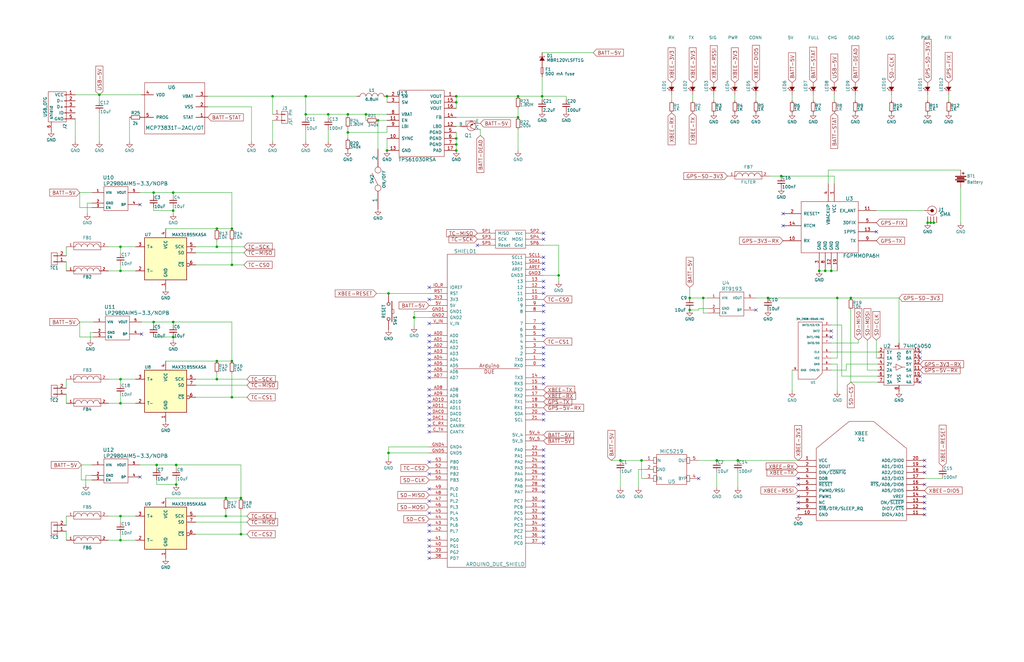
<source format=kicad_sch>
(kicad_sch (version 20230121) (generator eeschema)
  (paper "B")
  (junction (at 50.8 217.805))
  (junction (at 97.79 152.4))
  (junction (at 350.52 114.3))
  (junction (at 329.438 74.295))
  (junction (at 163.83 123.825))
  (junction (at 296.545 125.73))
  (junction (at 74.295 196.215))
  (junction (at 192.405 40.64))
  (junction (at 95.25 217.805))
  (junction (at 174.625 133.985))
  (junction (at 91.44 160.02))
  (junction (at 323.85 125.73))
  (junction (at 73.025 135.89))
  (junction (at 101.6 225.425))
  (junction (at 228.6 40.64))
  (junction (at 74.295 204.47))
  (junction (at 91.44 152.4))
  (junction (at 50.8 104.14))
  (junction (at 73.025 142.24))
  (junction (at 163.195 40.64))
  (junction (at 101.6 210.185))
  (junction (at 50.8 160.02))
  (junction (at 192.405 60.96))
  (junction (at 358.775 125.73))
  (junction (at 218.44 49.53))
  (junction (at 192.405 63.5))
  (junction (at 73.025 88.9))
  (junction (at 261.62 194.31))
  (junction (at 50.8 227.965))
  (junction (at 345.44 114.3))
  (junction (at 50.8 170.18))
  (junction (at 97.79 96.52))
  (junction (at 66.04 196.215))
  (junction (at 290.83 125.73))
  (junction (at 235.585 116.205))
  (junction (at 138.43 48.26))
  (junction (at 91.44 96.52))
  (junction (at 353.06 125.73))
  (junction (at 311.15 194.31))
  (junction (at 270.51 194.31))
  (junction (at 290.83 130.81))
  (junction (at 146.685 48.26))
  (junction (at 163.195 63.5))
  (junction (at 146.685 55.88))
  (junction (at 64.77 81.28))
  (junction (at 128.905 40.64))
  (junction (at 392.43 93.98))
  (junction (at 95.25 210.185))
  (junction (at 114.935 40.64))
  (junction (at 91.44 104.14))
  (junction (at 192.405 58.42))
  (junction (at 64.77 135.89))
  (junction (at 50.8 114.3))
  (junction (at 302.26 194.31))
  (junction (at 159.385 50.8))
  (junction (at 163.83 191.135))
  (junction (at 128.905 48.26))
  (junction (at 393.7 93.98))
  (junction (at 97.79 111.76))
  (junction (at 347.98 114.3))
  (junction (at 192.405 43.18))
  (junction (at 97.79 167.64))
  (junction (at 391.16 93.98))
  (junction (at 41.91 40.005))
  (junction (at 73.025 81.28))
  (junction (at 154.305 48.26))
  (junction (at 218.44 40.64))
  (no_connect (at 229.235 197.485))
  (no_connect (at 294.64 201.93))
  (no_connect (at 389.89 212.09))
  (no_connect (at 229.235 202.565))
  (no_connect (at 180.975 182.245))
  (no_connect (at 229.235 100.965))
  (no_connect (at 229.235 108.585))
  (no_connect (at 389.89 196.85))
  (no_connect (at 229.235 205.105))
  (no_connect (at 229.235 146.685))
  (no_connect (at 229.235 111.125))
  (no_connect (at 180.975 216.535))
  (no_connect (at 229.235 149.225))
  (no_connect (at 336.55 204.47))
  (no_connect (at 59.055 86.36))
  (no_connect (at 180.975 200.025))
  (no_connect (at 180.975 230.505))
  (no_connect (at 180.975 174.625))
  (no_connect (at 387.985 148.59))
  (no_connect (at 389.89 214.63))
  (no_connect (at 387.985 158.75))
  (no_connect (at 180.975 141.605))
  (no_connect (at 229.235 207.645))
  (no_connect (at 229.235 98.425))
  (no_connect (at 229.235 211.455))
  (no_connect (at 59.69 140.97))
  (no_connect (at 229.235 177.165))
  (no_connect (at 387.985 151.13))
  (no_connect (at 180.975 224.155))
  (no_connect (at 229.235 131.445))
  (no_connect (at 180.975 169.545))
  (no_connect (at 229.235 229.235))
  (no_connect (at 229.235 128.905))
  (no_connect (at 180.975 121.285))
  (no_connect (at 229.235 161.925))
  (no_connect (at 336.55 214.63))
  (no_connect (at 350.52 142.24))
  (no_connect (at 229.235 226.695))
  (no_connect (at 180.975 194.945))
  (no_connect (at 180.975 179.705))
  (no_connect (at 180.975 164.465))
  (no_connect (at 229.235 154.305))
  (no_connect (at 330.2 90.17))
  (no_connect (at 229.235 136.525))
  (no_connect (at 180.975 172.085))
  (no_connect (at 180.975 149.225))
  (no_connect (at 180.975 221.615))
  (no_connect (at 229.235 139.065))
  (no_connect (at 180.975 211.455))
  (no_connect (at 229.235 151.765))
  (no_connect (at 180.975 177.165))
  (no_connect (at 180.975 167.005))
  (no_connect (at 180.975 144.145))
  (no_connect (at 336.55 201.93))
  (no_connect (at 229.235 221.615))
  (no_connect (at 389.89 194.31))
  (no_connect (at 389.89 204.47))
  (no_connect (at 336.55 212.09))
  (no_connect (at 229.235 219.075))
  (no_connect (at 229.235 192.405))
  (no_connect (at 229.235 189.865))
  (no_connect (at 180.975 154.305))
  (no_connect (at 229.235 216.535))
  (no_connect (at 387.985 161.29))
  (no_connect (at 229.235 174.625))
  (no_connect (at 350.52 139.7))
  (no_connect (at 229.235 224.155))
  (no_connect (at 229.235 200.025))
  (no_connect (at 180.975 146.685))
  (no_connect (at 59.055 201.295))
  (no_connect (at 389.89 199.39))
  (no_connect (at 229.235 213.995))
  (no_connect (at 180.975 136.525))
  (no_connect (at 180.975 227.965))
  (no_connect (at 229.235 141.605))
  (no_connect (at 180.975 233.045))
  (no_connect (at 180.975 156.845))
  (no_connect (at 180.975 159.385))
  (no_connect (at 229.235 118.745))
  (no_connect (at 229.235 123.825))
  (no_connect (at 318.77 130.81))
  (no_connect (at 330.2 95.25))
  (no_connect (at 229.235 159.385))
  (no_connect (at 389.89 209.55))
  (no_connect (at 229.235 113.665))
  (no_connect (at 229.235 121.285))
  (no_connect (at 180.975 235.585))
  (no_connect (at 336.55 209.55))
  (no_connect (at 369.57 97.79))
  (no_connect (at 229.235 194.945))
  (no_connect (at 180.975 206.375))
  (no_connect (at 180.975 151.765))
  (no_connect (at 180.975 126.365))
  (no_connect (at 201.295 103.505))
  (no_connect (at 389.89 217.17))
  (wire (pts (xy 318.77 40.005) (xy 318.77 42.545)))
  (wire (pts (xy 73.025 81.28) (xy 97.79 81.28)))
  (wire (pts (xy 174.625 131.445) (xy 174.625 133.985)))
  (wire (pts (xy 27.94 163.83) (xy 27.94 160.02)))
  (wire (pts (xy 82.55 160.02) (xy 91.44 160.02)))
  (wire (pts (xy 50.8 225.425) (xy 50.8 227.965)))
  (wire (pts (xy 358.775 161.29) (xy 370.205 161.29)))
  (wire (pts (xy 41.91 47.625) (xy 41.91 59.69)))
  (wire (pts (xy 27.94 217.805) (xy 27.94 221.615)))
  (wire (pts (xy 138.43 54.61) (xy 138.43 59.69)))
  (wire (pts (xy 38.735 87.63) (xy 33.655 87.63)))
  (wire (pts (xy 405.13 79.375) (xy 405.13 93.98)))
  (wire (pts (xy 392.43 93.98) (xy 393.7 93.98)))
  (wire (pts (xy 354.965 158.75) (xy 354.965 137.16)))
  (wire (pts (xy 360.68 40.005) (xy 360.68 42.545)))
  (wire (pts (xy 114.935 48.26) (xy 114.935 40.64)))
  (wire (pts (xy 370.205 153.67) (xy 356.87 153.67)))
  (wire (pts (xy 64.77 88.9) (xy 73.025 88.9)))
  (wire (pts (xy 82.55 111.76) (xy 97.79 111.76)))
  (wire (pts (xy 45.72 227.965) (xy 50.8 227.965)))
  (wire (pts (xy 235.585 103.505) (xy 235.585 116.205)))
  (wire (pts (xy 64.77 137.16) (xy 64.77 135.89)))
  (wire (pts (xy 163.83 191.135) (xy 163.83 193.675)))
  (wire (pts (xy 238.76 40.64) (xy 238.76 41.91)))
  (wire (pts (xy 33.655 87.63) (xy 33.655 81.28)))
  (wire (pts (xy 192.405 60.96) (xy 192.405 63.5)))
  (wire (pts (xy 192.405 40.64) (xy 192.405 43.18)))
  (wire (pts (xy 163.195 55.88) (xy 146.685 55.88)))
  (wire (pts (xy 64.77 87.63) (xy 64.77 88.9)))
  (wire (pts (xy 302.26 194.31) (xy 311.15 194.31)))
  (wire (pts (xy 74.295 196.215) (xy 101.6 196.215)))
  (wire (pts (xy 138.43 48.26) (xy 146.685 48.26)))
  (wire (pts (xy 39.37 135.89) (xy 33.655 135.89)))
  (wire (pts (xy 146.685 53.975) (xy 146.685 55.88)))
  (wire (pts (xy 45.72 160.02) (xy 50.8 160.02)))
  (wire (pts (xy 27.94 107.95) (xy 27.94 104.14)))
  (wire (pts (xy 318.77 125.73) (xy 323.85 125.73)))
  (wire (pts (xy 82.55 106.68) (xy 102.87 106.68)))
  (wire (pts (xy 163.195 43.18) (xy 163.195 40.64)))
  (wire (pts (xy 114.935 50.8) (xy 114.935 59.69)))
  (wire (pts (xy 192.405 49.53) (xy 218.44 49.53)))
  (wire (pts (xy 91.44 157.48) (xy 91.44 160.02)))
  (wire (pts (xy 311.15 194.31) (xy 336.55 194.31)))
  (wire (pts (xy 163.83 123.825) (xy 180.975 123.825)))
  (wire (pts (xy 82.55 225.425) (xy 101.6 225.425)))
  (wire (pts (xy 64.77 142.24) (xy 73.025 142.24)))
  (wire (pts (xy 298.45 130.175) (xy 294.64 130.175)))
  (wire (pts (xy 128.905 54.61) (xy 128.905 59.69)))
  (wire (pts (xy 228.6 32.385) (xy 228.6 40.64)))
  (wire (pts (xy 64.77 135.89) (xy 73.025 135.89)))
  (wire (pts (xy 349.25 71.755) (xy 349.25 77.47)))
  (wire (pts (xy 97.79 152.4) (xy 91.44 152.4)))
  (wire (pts (xy 38.735 196.215) (xy 34.29 196.215)))
  (wire (pts (xy 391.16 93.98) (xy 392.43 93.98)))
  (wire (pts (xy 269.24 198.12) (xy 269.24 205.74)))
  (wire (pts (xy 82.55 104.14) (xy 91.44 104.14)))
  (wire (pts (xy 31.75 50.165) (xy 31.75 59.69)))
  (wire (pts (xy 356.87 153.67) (xy 356.87 156.21)))
  (wire (pts (xy 342.9 40.005) (xy 342.9 42.545)))
  (wire (pts (xy 36.83 85.725) (xy 36.83 90.17)))
  (wire (pts (xy 45.72 170.18) (xy 50.8 170.18)))
  (wire (pts (xy 159.385 50.8) (xy 163.195 50.8)))
  (wire (pts (xy 128.905 40.64) (xy 128.905 48.26)))
  (wire (pts (xy 356.87 156.21) (xy 350.52 156.21)))
  (wire (pts (xy 351.79 40.005) (xy 351.79 42.545)))
  (wire (pts (xy 95.25 210.185) (xy 101.6 210.185)))
  (wire (pts (xy 294.64 130.81) (xy 290.83 130.81)))
  (wire (pts (xy 257.81 194.31) (xy 261.62 194.31)))
  (wire (pts (xy 146.685 48.895) (xy 146.685 48.26)))
  (wire (pts (xy 192.405 43.18) (xy 192.405 45.72)))
  (wire (pts (xy 180.975 133.985) (xy 174.625 133.985)))
  (wire (pts (xy 97.79 157.48) (xy 97.79 167.64)))
  (wire (pts (xy 270.51 201.93) (xy 271.78 201.93)))
  (wire (pts (xy 228.6 40.64) (xy 238.76 40.64)))
  (wire (pts (xy 174.625 133.985) (xy 174.625 137.795)))
  (wire (pts (xy 39.37 140.335) (xy 38.1 140.335)))
  (wire (pts (xy 66.04 196.215) (xy 74.295 196.215)))
  (wire (pts (xy 180.975 131.445) (xy 174.625 131.445)))
  (wire (pts (xy 73.025 87.63) (xy 73.025 88.9)))
  (wire (pts (xy 73.025 81.28) (xy 73.025 82.55)))
  (wire (pts (xy 97.79 81.28) (xy 97.79 96.52)))
  (wire (pts (xy 271.78 198.12) (xy 269.24 198.12)))
  (wire (pts (xy 97.79 101.6) (xy 97.79 111.76)))
  (wire (pts (xy 294.64 194.31) (xy 302.26 194.31)))
  (wire (pts (xy 91.44 96.52) (xy 69.85 96.52)))
  (wire (pts (xy 369.57 88.9) (xy 389.89 88.9)))
  (wire (pts (xy 74.295 204.47) (xy 74.295 202.565)))
  (wire (pts (xy 218.44 54.61) (xy 218.44 63.5)))
  (wire (pts (xy 158.75 123.825) (xy 163.83 123.825)))
  (wire (pts (xy 154.305 50.8) (xy 154.305 48.26)))
  (wire (pts (xy 353.06 114.3) (xy 350.52 114.3)))
  (wire (pts (xy 218.44 40.64) (xy 228.6 40.64)))
  (wire (pts (xy 302.26 199.39) (xy 302.26 205.74)))
  (wire (pts (xy 290.83 121.285) (xy 290.83 125.73)))
  (wire (pts (xy 350.52 151.13) (xy 353.06 151.13)))
  (wire (pts (xy 261.62 199.39) (xy 261.62 205.74)))
  (wire (pts (xy 290.83 125.73) (xy 296.545 125.73)))
  (wire (pts (xy 400.05 40.005) (xy 400.05 42.545)))
  (wire (pts (xy 311.15 199.39) (xy 311.15 205.74)))
  (wire (pts (xy 50.8 160.02) (xy 57.15 160.02)))
  (wire (pts (xy 334.01 40.005) (xy 334.01 42.545)))
  (wire (pts (xy 50.8 170.18) (xy 57.15 170.18)))
  (wire (pts (xy 358.775 130.81) (xy 358.775 161.29)))
  (wire (pts (xy 350.52 144.78) (xy 361.95 144.78)))
  (wire (pts (xy 38.735 85.725) (xy 36.83 85.725)))
  (wire (pts (xy 347.98 114.3) (xy 345.44 114.3)))
  (wire (pts (xy 101.6 210.185) (xy 101.6 196.215)))
  (wire (pts (xy 300.99 40.005) (xy 300.99 42.545)))
  (wire (pts (xy 309.88 40.005) (xy 309.88 42.545)))
  (wire (pts (xy 101.6 225.425) (xy 104.14 225.425)))
  (wire (pts (xy 73.025 135.89) (xy 97.79 135.89)))
  (wire (pts (xy 91.44 101.6) (xy 91.44 104.14)))
  (wire (pts (xy 353.06 125.73) (xy 358.775 125.73)))
  (wire (pts (xy 50.8 227.965) (xy 57.15 227.965)))
  (wire (pts (xy 353.06 153.67) (xy 353.06 165.1)))
  (wire (pts (xy 192.405 53.34) (xy 193.7004 53.34)))
  (wire (pts (xy 228.6 40.64) (xy 228.6 41.91)))
  (wire (pts (xy 370.205 148.59) (xy 350.52 148.59)))
  (wire (pts (xy 192.405 58.42) (xy 192.405 60.96)))
  (wire (pts (xy 45.72 104.14) (xy 50.8 104.14)))
  (wire (pts (xy 82.55 167.64) (xy 97.79 167.64)))
  (wire (pts (xy 31.75 40.005) (xy 41.91 40.005)))
  (wire (pts (xy 229.235 103.505) (xy 235.585 103.505)))
  (wire (pts (xy 323.85 125.73) (xy 353.06 125.73)))
  (wire (pts (xy 74.295 196.215) (xy 74.295 197.485)))
  (wire (pts (xy 66.04 202.565) (xy 66.04 204.47)))
  (wire (pts (xy 350.52 114.3) (xy 347.98 114.3)))
  (wire (pts (xy 389.89 201.93) (xy 397.51 201.93)))
  (wire (pts (xy 50.8 217.805) (xy 57.15 217.805)))
  (wire (pts (xy 329.438 74.295) (xy 351.79 74.295)))
  (wire (pts (xy 361.95 144.78) (xy 361.95 143.51)))
  (wire (pts (xy 350.52 153.67) (xy 353.06 153.67)))
  (wire (pts (xy 50.8 104.14) (xy 57.15 104.14)))
  (wire (pts (xy 87.63 40.64) (xy 114.935 40.64)))
  (wire (pts (xy 45.72 217.805) (xy 50.8 217.805)))
  (wire (pts (xy 163.83 188.595) (xy 163.83 191.135)))
  (wire (pts (xy 34.29 196.215) (xy 34.29 202.565)))
  (wire (pts (xy 41.91 40.005) (xy 41.91 42.545)))
  (wire (pts (xy 95.25 215.265) (xy 95.25 217.805)))
  (wire (pts (xy 393.7 93.98) (xy 394.97 93.98)))
  (wire (pts (xy 369.57 143.51) (xy 369.57 151.13)))
  (wire (pts (xy 235.585 116.205) (xy 235.585 118.745)))
  (wire (pts (xy 33.655 142.24) (xy 33.655 135.89)))
  (wire (pts (xy 59.055 81.28) (xy 64.77 81.28)))
  (wire (pts (xy 91.44 104.14) (xy 102.87 104.14)))
  (wire (pts (xy 64.77 81.28) (xy 73.025 81.28)))
  (wire (pts (xy 192.405 55.88) (xy 192.405 58.42)))
  (wire (pts (xy 73.025 88.9) (xy 73.025 90.17)))
  (wire (pts (xy 87.63 45.085) (xy 106.045 45.085)))
  (wire (pts (xy 97.79 167.64) (xy 104.14 167.64)))
  (wire (pts (xy 146.685 55.88) (xy 146.685 58.42)))
  (wire (pts (xy 27.94 110.49) (xy 27.94 114.3)))
  (wire (pts (xy 353.06 151.13) (xy 353.06 125.73)))
  (wire (pts (xy 66.04 204.47) (xy 74.295 204.47)))
  (wire (pts (xy 64.77 82.55) (xy 64.77 81.28)))
  (wire (pts (xy 50.8 114.3) (xy 57.15 114.3)))
  (wire (pts (xy 128.905 40.64) (xy 150.495 40.64)))
  (wire (pts (xy 59.69 135.89) (xy 64.77 135.89)))
  (wire (pts (xy 261.62 194.31) (xy 270.51 194.31)))
  (wire (pts (xy 97.79 111.76) (xy 102.87 111.76)))
  (wire (pts (xy 33.655 81.28) (xy 38.735 81.28)))
  (wire (pts (xy 36.195 200.66) (xy 36.195 204.47)))
  (wire (pts (xy 91.44 152.4) (xy 69.85 152.4)))
  (wire (pts (xy 292.1 40.005) (xy 292.1 42.545)))
  (wire (pts (xy 82.55 217.805) (xy 95.25 217.805)))
  (wire (pts (xy 101.6 215.265) (xy 101.6 225.425)))
  (wire (pts (xy 73.025 135.89) (xy 73.025 137.16)))
  (wire (pts (xy 50.8 106.68) (xy 50.8 104.14)))
  (wire (pts (xy 138.43 48.26) (xy 138.43 49.53)))
  (wire (pts (xy 270.51 194.31) (xy 271.78 194.31)))
  (wire (pts (xy 270.51 194.31) (xy 270.51 201.93)))
  (wire (pts (xy 296.545 132.08) (xy 296.545 125.73)))
  (wire (pts (xy 296.545 125.73) (xy 298.45 125.73)))
  (wire (pts (xy 27.94 224.155) (xy 27.94 227.965)))
  (wire (pts (xy 298.45 132.08) (xy 296.545 132.08)))
  (wire (pts (xy 54.61 49.53) (xy 54.61 59.69)))
  (wire (pts (xy 146.685 48.26) (xy 154.305 48.26)))
  (wire (pts (xy 73.025 142.24) (xy 73.025 143.51)))
  (wire (pts (xy 192.405 40.64) (xy 218.44 40.64)))
  (wire (pts (xy 106.045 45.085) (xy 106.045 59.69)))
  (wire (pts (xy 202.565 54.61) (xy 202.565 57.15)))
  (wire (pts (xy 379.095 125.73) (xy 379.095 144.78)))
  (wire (pts (xy 128.905 48.26) (xy 138.43 48.26)))
  (wire (pts (xy 324.485 74.295) (xy 329.438 74.295)))
  (wire (pts (xy 154.305 48.26) (xy 163.195 48.26)))
  (wire (pts (xy 229.235 116.205) (xy 235.585 116.205)))
  (wire (pts (xy 97.79 135.89) (xy 97.79 152.4)))
  (wire (pts (xy 334.01 156.21) (xy 334.01 165.1)))
  (wire (pts (xy 66.04 197.485) (xy 66.04 196.215)))
  (wire (pts (xy 369.57 151.13) (xy 370.205 151.13)))
  (wire (pts (xy 283.21 40.005) (xy 283.21 42.545)))
  (wire (pts (xy 50.8 111.76) (xy 50.8 114.3)))
  (wire (pts (xy 104.14 220.345) (xy 82.55 220.345)))
  (wire (pts (xy 69.85 210.185) (xy 95.25 210.185)))
  (wire (pts (xy 45.72 114.3) (xy 50.8 114.3)))
  (wire (pts (xy 128.905 48.26) (xy 128.905 49.53)))
  (wire (pts (xy 34.29 202.565) (xy 38.735 202.565)))
  (wire (pts (xy 82.55 162.56) (xy 104.14 162.56)))
  (wire (pts (xy 405.13 71.755) (xy 349.25 71.755)))
  (wire (pts (xy 91.44 160.02) (xy 104.14 160.02)))
  (wire (pts (xy 358.775 125.73) (xy 379.095 125.73)))
  (wire (pts (xy 59.055 196.215) (xy 66.04 196.215)))
  (wire (pts (xy 354.965 137.16) (xy 350.52 137.16)))
  (wire (pts (xy 27.94 166.37) (xy 27.94 170.18)))
  (wire (pts (xy 38.735 200.66) (xy 36.195 200.66)))
  (wire (pts (xy 114.935 40.64) (xy 128.905 40.64)))
  (wire (pts (xy 370.205 158.75) (xy 354.965 158.75)))
  (wire (pts (xy 50.8 167.005) (xy 50.8 170.18)))
  (wire (pts (xy 41.91 40.005) (xy 59.69 40.005)))
  (wire (pts (xy 38.1 140.335) (xy 38.1 143.51)))
  (wire (pts (xy 50.8 220.345) (xy 50.8 217.805)))
  (wire (pts (xy 180.975 188.595) (xy 163.83 188.595)))
  (wire (pts (xy 97.79 96.52) (xy 91.44 96.52)))
  (wire (pts (xy 163.195 53.34) (xy 163.195 55.88)))
  (wire (pts (xy 180.975 191.135) (xy 163.83 191.135)))
  (wire (pts (xy 375.92 40.005) (xy 375.92 42.545)))
  (wire (pts (xy 370.205 156.21) (xy 365.76 156.21)))
  (wire (pts (xy 294.64 130.175) (xy 294.64 130.81)))
  (wire (pts (xy 39.37 142.24) (xy 33.655 142.24)))
  (wire (pts (xy 365.76 156.21) (xy 365.76 143.51)))
  (wire (pts (xy 50.8 161.925) (xy 50.8 160.02)))
  (wire (pts (xy 95.25 217.805) (xy 104.14 217.805)))
  (wire (pts (xy 218.44 49.53) (xy 218.44 45.72)))
  (wire (pts (xy 228.6 22.225) (xy 250.19 22.225)))
  (wire (pts (xy 163.195 58.42) (xy 163.195 63.5)))
  (wire (pts (xy 391.16 40.005) (xy 391.16 42.545)))
  (wire (pts (xy 351.79 74.295) (xy 351.79 77.47)))
  (wire (pts (xy 159.385 50.8) (xy 159.385 62.865)))
  (global_label "TC-CS1" (shape input) (at 104.14 167.64 0) (effects (font (size 1.524 1.524))) (property "Intersheetrefs" "${INTERSHEET_REFS}" (effects hide)))
  (global_label "BATT-5V" (shape input) (at 229.235 186.055 0) (effects (font (size 1.524 1.524))) (property "Intersheetrefs" "${INTERSHEET_REFS}" (effects hide)))
  (global_label "GPS-3V3-RX" (shape input) (at 330.2 101.6 180) (effects (font (size 1.524 1.524))) (property "Intersheetrefs" "${INTERSHEET_REFS}" (effects hide)))
  (global_label "BATT-5V" (shape input) (at 202.565 52.07 0) (effects (font (size 1.524 1.524))) (property "Intersheetrefs" "${INTERSHEET_REFS}" (effects hide)))
  (global_label "BATT-STAT" (shape input) (at 351.79 47.625 270) (effects (font (size 1.524 1.524))) (property "Intersheetrefs" "${INTERSHEET_REFS}" (effects hide)))
  (global_label "GPS-5V-RX" (shape input) (at 387.985 156.21 0) (effects (font (size 1.524 1.524))) (property "Intersheetrefs" "${INTERSHEET_REFS}" (effects hide)))
  (global_label "XBEE-3V3" (shape input) (at 283.21 34.925 90) (effects (font (size 1.524 1.524))) (property "Intersheetrefs" "${INTERSHEET_REFS}" (effects hide)))
  (global_label "BATT-5V" (shape input) (at 290.83 121.285 90) (effects (font (size 1.524 1.524))) (property "Intersheetrefs" "${INTERSHEET_REFS}" (effects hide)))
  (global_label "SD-MOSI" (shape input) (at 365.76 143.51 90) (effects (font (size 1.524 1.524))) (property "Intersheetrefs" "${INTERSHEET_REFS}" (effects hide)))
  (global_label "BATT-5V" (shape input) (at 33.655 135.89 180) (effects (font (size 1.524 1.524))) (property "Intersheetrefs" "${INTERSHEET_REFS}" (effects hide)))
  (global_label "XBEE-RX" (shape input) (at 283.21 47.625 270) (effects (font (size 1.524 1.524))) (property "Intersheetrefs" "${INTERSHEET_REFS}" (effects hide)))
  (global_label "GPS-3V3-RX" (shape input) (at 387.985 153.67 0) (effects (font (size 1.524 1.524))) (property "Intersheetrefs" "${INTERSHEET_REFS}" (effects hide)))
  (global_label "XBEE-RESET" (shape input) (at 397.51 196.85 90) (effects (font (size 1.524 1.524))) (property "Intersheetrefs" "${INTERSHEET_REFS}" (effects hide)))
  (global_label "XBEE-RSSI" (shape input) (at 300.99 34.925 90) (effects (font (size 1.524 1.524))) (property "Intersheetrefs" "${INTERSHEET_REFS}" (effects hide)))
  (global_label "XBEE-TX" (shape input) (at 336.55 199.39 180) (effects (font (size 1.524 1.524))) (property "Intersheetrefs" "${INTERSHEET_REFS}" (effects hide)))
  (global_label "TC-MISO" (shape input) (at 201.295 98.425 180) (effects (font (size 1.524 1.524))) (property "Intersheetrefs" "${INTERSHEET_REFS}" (effects hide)))
  (global_label "GPS-SD-3V3" (shape input) (at 391.16 34.925 90) (effects (font (size 1.524 1.524))) (property "Intersheetrefs" "${INTERSHEET_REFS}" (effects hide)))
  (global_label "SD-MISO" (shape input) (at 180.975 208.915 180) (effects (font (size 1.524 1.524))) (property "Intersheetrefs" "${INTERSHEET_REFS}" (effects hide)))
  (global_label "XBEE-RX" (shape input) (at 336.55 196.85 180) (effects (font (size 1.524 1.524))) (property "Intersheetrefs" "${INTERSHEET_REFS}" (effects hide)))
  (global_label "GPS-FIX" (shape input) (at 369.57 93.98 0) (effects (font (size 1.524 1.524))) (property "Intersheetrefs" "${INTERSHEET_REFS}" (effects hide)))
  (global_label "SD-CS" (shape input) (at 358.775 161.29 270) (effects (font (size 1.524 1.524))) (property "Intersheetrefs" "${INTERSHEET_REFS}" (effects hide)))
  (global_label "BATT-5V" (shape input) (at 34.29 196.215 180) (effects (font (size 1.524 1.524))) (property "Intersheetrefs" "${INTERSHEET_REFS}" (effects hide)))
  (global_label "GPS-SD-3V3" (shape input) (at 306.705 74.295 180) (effects (font (size 1.524 1.524))) (property "Intersheetrefs" "${INTERSHEET_REFS}" (effects hide)))
  (global_label "BATT-5V" (shape input) (at 257.81 194.31 90) (effects (font (size 1.524 1.524))) (property "Intersheetrefs" "${INTERSHEET_REFS}" (effects hide)))
  (global_label "USB-5V" (shape input) (at 351.79 34.925 90) (effects (font (size 1.524 1.524))) (property "Intersheetrefs" "${INTERSHEET_REFS}" (effects hide)))
  (global_label "XBEE-TX" (shape input) (at 229.235 164.465 0) (effects (font (size 1.524 1.524))) (property "Intersheetrefs" "${INTERSHEET_REFS}" (effects hide)))
  (global_label "BATT-5V" (shape input) (at 334.01 34.925 90) (effects (font (size 1.524 1.524))) (property "Intersheetrefs" "${INTERSHEET_REFS}" (effects hide)))
  (global_label "SD-CLK" (shape input) (at 375.92 34.925 90) (effects (font (size 1.524 1.524))) (property "Intersheetrefs" "${INTERSHEET_REFS}" (effects hide)))
  (global_label "TC-CS0" (shape input) (at 229.235 126.365 0) (effects (font (size 1.524 1.524))) (property "Intersheetrefs" "${INTERSHEET_REFS}" (effects hide)))
  (global_label "TC-SCK" (shape input) (at 201.295 100.965 180) (effects (font (size 1.524 1.524))) (property "Intersheetrefs" "${INTERSHEET_REFS}" (effects hide)))
  (global_label "TC-CS0" (shape input) (at 102.87 111.76 0) (effects (font (size 1.524 1.524))) (property "Intersheetrefs" "${INTERSHEET_REFS}" (effects hide)))
  (global_label "XBEE-DIO5" (shape input) (at 389.89 207.01 0) (effects (font (size 1.524 1.524))) (property "Intersheetrefs" "${INTERSHEET_REFS}" (effects hide)))
  (global_label "BATT-DEAD" (shape input) (at 360.68 34.925 90) (effects (font (size 1.524 1.524))) (property "Intersheetrefs" "${INTERSHEET_REFS}" (effects hide)))
  (global_label "XBEE-TX" (shape input) (at 292.1 47.625 270) (effects (font (size 1.524 1.524))) (property "Intersheetrefs" "${INTERSHEET_REFS}" (effects hide)))
  (global_label "BATT-5V" (shape input) (at 180.975 128.905 180) (effects (font (size 1.524 1.524))) (property "Intersheetrefs" "${INTERSHEET_REFS}" (effects hide)))
  (global_label "TC-SCK" (shape input) (at 102.87 104.14 0) (effects (font (size 1.524 1.524))) (property "Intersheetrefs" "${INTERSHEET_REFS}" (effects hide)))
  (global_label "TC-CS2" (shape input) (at 180.975 197.485 180) (effects (font (size 1.524 1.524))) (property "Intersheetrefs" "${INTERSHEET_REFS}" (effects hide)))
  (global_label "TC-SCK" (shape input) (at 104.14 160.02 0) (effects (font (size 1.524 1.524))) (property "Intersheetrefs" "${INTERSHEET_REFS}" (effects hide)))
  (global_label "GPS-TX" (shape input) (at 369.57 101.6 0) (effects (font (size 1.524 1.524))) (property "Intersheetrefs" "${INTERSHEET_REFS}" (effects hide)))
  (global_label "XBEE-3V3" (shape input) (at 292.1 34.925 90) (effects (font (size 1.524 1.524))) (property "Intersheetrefs" "${INTERSHEET_REFS}" (effects hide)))
  (global_label "TC-MISO" (shape input) (at 104.14 162.56 0) (effects (font (size 1.524 1.524))) (property "Intersheetrefs" "${INTERSHEET_REFS}" (effects hide)))
  (global_label "BATT-5V" (shape input) (at 250.19 22.225 0) (effects (font (size 1.524 1.524))) (property "Intersheetrefs" "${INTERSHEET_REFS}" (effects hide)))
  (global_label "SD-MOSI" (shape input) (at 180.975 213.995 180) (effects (font (size 1.524 1.524))) (property "Intersheetrefs" "${INTERSHEET_REFS}" (effects hide)))
  (global_label "BATT-DEAD" (shape input) (at 202.565 57.15 270) (effects (font (size 1.524 1.524))) (property "Intersheetrefs" "${INTERSHEET_REFS}" (effects hide)))
  (global_label "TC-MISO" (shape input) (at 102.87 106.68 0) (effects (font (size 1.524 1.524))) (property "Intersheetrefs" "${INTERSHEET_REFS}" (effects hide)))
  (global_label "GPS-TX" (shape input) (at 229.235 169.545 0) (effects (font (size 1.524 1.524))) (property "Intersheetrefs" "${INTERSHEET_REFS}" (effects hide)))
  (global_label "SD-CLK" (shape input) (at 369.57 143.51 90) (effects (font (size 1.524 1.524))) (property "Intersheetrefs" "${INTERSHEET_REFS}" (effects hide)))
  (global_label "BATT-5V" (shape input) (at 229.235 183.515 0) (effects (font (size 1.524 1.524))) (property "Intersheetrefs" "${INTERSHEET_REFS}" (effects hide)))
  (global_label "SD-MISO" (shape input) (at 361.95 143.51 90) (effects (font (size 1.524 1.524))) (property "Intersheetrefs" "${INTERSHEET_REFS}" (effects hide)))
  (global_label "USB-5V" (shape input) (at 41.91 40.005 90) (effects (font (size 1.524 1.524))) (property "Intersheetrefs" "${INTERSHEET_REFS}" (effects hide)))
  (global_label "TC-MISO" (shape input) (at 104.14 220.345 0) (effects (font (size 1.524 1.524))) (property "Intersheetrefs" "${INTERSHEET_REFS}" (effects hide)))
  (global_label "TC-CS1" (shape input) (at 229.235 144.145 0) (effects (font (size 1.524 1.524))) (property "Intersheetrefs" "${INTERSHEET_REFS}" (effects hide)))
  (global_label "XBEE-RESET" (shape input) (at 158.75 123.825 180) (effects (font (size 1.524 1.524))) (property "Intersheetrefs" "${INTERSHEET_REFS}" (effects hide)))
  (global_label "BATT-5V" (shape input) (at 33.655 81.28 180) (effects (font (size 1.524 1.524))) (property "Intersheetrefs" "${INTERSHEET_REFS}" (effects hide)))
  (global_label "GPS-SD-3V3" (shape input) (at 379.095 125.73 0) (effects (font (size 1.524 1.524))) (property "Intersheetrefs" "${INTERSHEET_REFS}" (effects hide)))
  (global_label "SD-CS" (shape input) (at 180.975 219.075 180) (effects (font (size 1.524 1.524))) (property "Intersheetrefs" "${INTERSHEET_REFS}" (effects hide)))
  (global_label "XBEE-RX" (shape input) (at 229.235 167.005 0) (effects (font (size 1.524 1.524))) (property "Intersheetrefs" "${INTERSHEET_REFS}" (effects hide)))
  (global_label "XBEE-3V3" (shape input) (at 336.55 194.31 90) (effects (font (size 1.524 1.524))) (property "Intersheetrefs" "${INTERSHEET_REFS}" (effects hide)))
  (global_label "XBEE-RSSI" (shape input) (at 336.55 207.01 180) (effects (font (size 1.524 1.524))) (property "Intersheetrefs" "${INTERSHEET_REFS}" (effects hide)))
  (global_label "SD-CLK" (shape input) (at 180.975 202.565 180) (effects (font (size 1.524 1.524))) (property "Intersheetrefs" "${INTERSHEET_REFS}" (effects hide)))
  (global_label "BATT-STAT" (shape input) (at 87.63 49.53 0) (effects (font (size 1.524 1.524))) (property "Intersheetrefs" "${INTERSHEET_REFS}" (effects hide)))
  (global_label "XBEE-3V3" (shape input) (at 309.88 34.925 90) (effects (font (size 1.524 1.524))) (property "Intersheetrefs" "${INTERSHEET_REFS}" (effects hide)))
  (global_label "BATT-STAT" (shape input) (at 342.9 34.925 90) (effects (font (size 1.524 1.524))) (property "Intersheetrefs" "${INTERSHEET_REFS}" (effects hide)))
  (global_label "GPS-5V-RX" (shape input) (at 229.235 172.085 0) (effects (font (size 1.524 1.524))) (property "Intersheetrefs" "${INTERSHEET_REFS}" (effects hide)))
  (global_label "TC-SCK" (shape input) (at 104.14 217.805 0) (effects (font (size 1.524 1.524))) (property "Intersheetrefs" "${INTERSHEET_REFS}" (effects hide)))
  (global_label "GPS-FIX" (shape input) (at 400.05 34.925 90) (effects (font (size 1.524 1.524))) (property "Intersheetrefs" "${INTERSHEET_REFS}" (effects hide)))
  (global_label "TC-CS2" (shape input) (at 104.14 225.425 0) (effects (font (size 1.524 1.524))) (property "Intersheetrefs" "${INTERSHEET_REFS}" (effects hide)))
  (global_label "XBEE-DIO5" (shape input) (at 318.77 34.925 90) (effects (font (size 1.524 1.524))) (property "Intersheetrefs" "${INTERSHEET_REFS}" (effects hide)))
  (symbol (lib_id "mobile-sensor-pcb-rescue:Led_Small") (at 283.21 37.465 90) (unit 1)
    (property "Reference" "LED1" (at 280.035 38.735 0) (effects (justify left)))
    (property "Value" "RX" (at 284.48 15.875 90) (effects (justify left)))
    (property "Footprint" "LEDs:LED-0805" (effects hide))
  )
  (symbol (lib_id "mobile-sensor-pcb-rescue:Led_Small") (at 292.1 37.465 90) (unit 1)
    (property "Reference" "LED2" (at 288.925 38.735 0) (effects (justify left)))
    (property "Value" "TX" (at 292.735 15.875 90) (effects (justify left)))
    (property "Footprint" "LEDs:LED-0805" (effects hide))
  )
  (symbol (lib_id "mobile-sensor-pcb-rescue:Led_Small") (at 300.99 37.465 90) (unit 1)
    (property "Reference" "LED3" (at 297.815 38.735 0) (effects (justify left)))
    (property "Value" "SIG" (at 302.26 15.875 90) (effects (justify left)))
    (property "Footprint" "LEDs:LED-0805" (effects hide))
  )
  (symbol (lib_id "mobile-sensor-pcb-rescue:Led_Small") (at 309.88 37.465 90) (unit 1)
    (property "Reference" "LED4" (at 306.705 38.735 0) (effects (justify left)))
    (property "Value" "PWR" (at 311.15 15.875 90) (effects (justify left)))
    (property "Footprint" "LEDs:LED-0805" (effects hide))
  )
  (symbol (lib_id "mobile-sensor-pcb-rescue:Led_Small") (at 318.77 37.465 90) (unit 1)
    (property "Reference" "LED5" (at 315.595 38.735 0) (effects (justify left)))
    (property "Value" "CONN" (at 321.31 15.875 90) (effects (justify left)))
    (property "Footprint" "LEDs:LED-0805" (effects hide))
  )
  (symbol (lib_id "mobile-sensor-pcb-rescue:Led_Small") (at 334.01 37.465 90) (unit 1)
    (property "Reference" "LED6" (at 330.835 38.735 0) (effects (justify left)))
    (property "Value" "5V" (at 334.645 15.875 90) (effects (justify left)))
    (property "Footprint" "LEDs:LED-0805" (effects hide))
  )
  (symbol (lib_id "mobile-sensor-pcb-rescue:Led_Small") (at 342.9 37.465 90) (unit 1)
    (property "Reference" "LED7" (at 339.725 38.735 0) (effects (justify left)))
    (property "Value" "FULL" (at 345.44 15.875 90) (effects (justify left)))
    (property "Footprint" "LEDs:LED-0805" (effects hide))
  )
  (symbol (lib_id "mobile-sensor-pcb-rescue:Led_Small") (at 351.79 37.465 90) (unit 1)
    (property "Reference" "LED8" (at 348.615 38.735 0) (effects (justify left)))
    (property "Value" "CHG" (at 353.06 15.875 90) (effects (justify left)))
    (property "Footprint" "LEDs:LED-0805" (effects hide))
  )
  (symbol (lib_id "mobile-sensor-pcb-rescue:Led_Small") (at 360.68 37.465 90) (unit 1)
    (property "Reference" "LED9" (at 357.505 38.735 0) (effects (justify left)))
    (property "Value" "DEAD" (at 362.585 15.875 90) (effects (justify left)))
    (property "Footprint" "LEDs:LED-0805" (effects hide))
  )
  (symbol (lib_id "mobile-sensor-pcb-rescue:Led_Small") (at 375.92 37.465 90) (unit 1)
    (property "Reference" "LED10" (at 372.745 38.735 0) (effects (justify left)))
    (property "Value" "LOG" (at 377.19 15.875 90) (effects (justify left)))
    (property "Footprint" "LEDs:LED-0805" (effects hide))
  )
  (symbol (lib_id "mobile-sensor-pcb-rescue:Led_Small") (at 391.16 37.465 90) (unit 1)
    (property "Reference" "LED11" (at 387.985 38.735 0) (effects (justify left)))
    (property "Value" "PWR" (at 392.43 15.875 90) (effects (justify left)))
    (property "Footprint" "LEDs:LED-0805" (effects hide))
  )
  (symbol (lib_id "mobile-sensor-pcb-rescue:Led_Small") (at 400.05 37.465 90) (unit 1)
    (property "Reference" "LED12" (at 396.875 38.735 0) (effects (justify left)))
    (property "Value" "FIX" (at 401.32 15.875 90) (effects (justify left)))
    (property "Footprint" "LEDs:LED-0805" (effects hide))
  )
  (symbol (lib_id "mobile-sensor-pcb-rescue:R_Small") (at 283.21 45.085 0) (unit 1)
    (property "Reference" "R1" (at 283.972 44.577 0) (effects (justify left)))
    (property "Value" "1K" (at 283.972 46.101 0) (effects (justify left)))
    (property "Footprint" "Resistors_SMD:R_0805_HandSoldering" (effects hide))
  )
  (symbol (lib_id "mobile-sensor-pcb-rescue:R_Small") (at 292.1 45.085 0) (unit 1)
    (property "Reference" "R2" (at 292.862 44.577 0) (effects (justify left)))
    (property "Value" "1K" (at 292.862 46.101 0) (effects (justify left)))
    (property "Footprint" "Resistors_SMD:R_0805_HandSoldering" (effects hide))
  )
  (symbol (lib_id "mobile-sensor-pcb-rescue:R_Small") (at 300.99 45.085 0) (unit 1)
    (property "Reference" "R3" (at 301.752 44.577 0) (effects (justify left)))
    (property "Value" "1K" (at 301.752 46.101 0) (effects (justify left)))
    (property "Footprint" "Resistors_SMD:R_0805_HandSoldering" (effects hide))
  )
  (symbol (lib_id "mobile-sensor-pcb-rescue:R_Small") (at 309.88 45.085 0) (unit 1)
    (property "Reference" "R4" (at 310.642 44.577 0) (effects (justify left)))
    (property "Value" "1K" (at 310.642 46.101 0) (effects (justify left)))
    (property "Footprint" "Resistors_SMD:R_0805_HandSoldering" (effects hide))
  )
  (symbol (lib_id "mobile-sensor-pcb-rescue:R_Small") (at 318.77 45.085 0) (unit 1)
    (property "Reference" "R5" (at 319.532 44.577 0) (effects (justify left)))
    (property "Value" "1K" (at 319.532 46.101 0) (effects (justify left)))
    (property "Footprint" "Resistors_SMD:R_0805_HandSoldering" (effects hide))
  )
  (symbol (lib_id "mobile-sensor-pcb-rescue:R_Small") (at 334.01 45.085 0) (unit 1)
    (property "Reference" "R6" (at 334.772 44.577 0) (effects (justify left)))
    (property "Value" "1K" (at 334.772 46.101 0) (effects (justify left)))
    (property "Footprint" "Resistors_SMD:R_0805_HandSoldering" (effects hide))
  )
  (symbol (lib_id "mobile-sensor-pcb-rescue:R_Small") (at 342.9 45.085 0) (unit 1)
    (property "Reference" "R7" (at 343.662 44.577 0) (effects (justify left)))
    (property "Value" "1K" (at 343.662 46.101 0) (effects (justify left)))
    (property "Footprint" "Resistors_SMD:R_0805_HandSoldering" (effects hide))
  )
  (symbol (lib_id "mobile-sensor-pcb-rescue:R_Small") (at 351.79 45.085 0) (unit 1)
    (property "Reference" "R8" (at 352.552 44.577 0) (effects (justify left)))
    (property "Value" "1K" (at 352.552 46.101 0) (effects (justify left)))
    (property "Footprint" "Resistors_SMD:R_0805_HandSoldering" (effects hide))
  )
  (symbol (lib_id "mobile-sensor-pcb-rescue:R_Small") (at 375.92 45.085 0) (unit 1)
    (property "Reference" "R10" (at 376.682 44.577 0) (effects (justify left)))
    (property "Value" "1K" (at 376.682 46.101 0) (effects (justify left)))
    (property "Footprint" "Resistors_SMD:R_0805_HandSoldering" (effects hide))
  )
  (symbol (lib_id "mobile-sensor-pcb-rescue:R_Small") (at 391.16 45.085 0) (unit 1)
    (property "Reference" "R11" (at 391.922 44.577 0) (effects (justify left)))
    (property "Value" "1K" (at 391.922 46.101 0) (effects (justify left)))
    (property "Footprint" "Resistors_SMD:R_0805_HandSoldering" (effects hide))
  )
  (symbol (lib_id "mobile-sensor-pcb-rescue:R_Small") (at 400.05 45.085 0) (unit 1)
    (property "Reference" "R12" (at 400.812 44.577 0) (effects (justify left)))
    (property "Value" "1K" (at 400.812 46.101 0) (effects (justify left)))
    (property "Footprint" "Resistors_SMD:R_0805_HandSoldering" (effects hide))
  )
  (symbol (lib_id "mobile-sensor-pcb-rescue:R_Small") (at 360.68 45.085 0) (unit 1)
    (property "Reference" "R9" (at 361.442 44.577 0) (effects (justify left)))
    (property "Value" "1K" (at 361.442 46.101 0) (effects (justify left)))
    (property "Footprint" "Resistors_SMD:R_0805_HandSoldering" (effects hide))
  )
  (symbol (lib_id "mobile-sensor-pcb-rescue:GND") (at 300.99 47.625 0) (unit 1)
    (property "Reference" "#PWR01" (effects hide))
    (property "Value" "GND" (at 300.99 51.435 0))
  )
  (symbol (lib_id "mobile-sensor-pcb-rescue:GND") (at 309.88 47.625 0) (unit 1)
    (property "Reference" "#PWR02" (effects hide))
    (property "Value" "GND" (at 309.88 51.435 0))
  )
  (symbol (lib_id "mobile-sensor-pcb-rescue:GND") (at 318.77 47.625 0) (unit 1)
    (property "Reference" "#PWR03" (effects hide))
    (property "Value" "GND" (at 318.77 51.435 0))
  )
  (symbol (lib_id "mobile-sensor-pcb-rescue:GND") (at 334.01 47.625 0) (unit 1)
    (property "Reference" "#PWR04" (effects hide))
    (property "Value" "GND" (at 334.01 51.435 0))
  )
  (symbol (lib_id "mobile-sensor-pcb-rescue:GND") (at 342.9 47.625 0) (unit 1)
    (property "Reference" "#PWR05" (effects hide))
    (property "Value" "GND" (at 342.9 51.435 0))
  )
  (symbol (lib_id "mobile-sensor-pcb-rescue:GND") (at 360.68 47.625 0) (unit 1)
    (property "Reference" "#PWR06" (effects hide))
    (property "Value" "GND" (at 360.68 51.435 0))
  )
  (symbol (lib_id "mobile-sensor-pcb-rescue:GND") (at 375.92 47.625 0) (unit 1)
    (property "Reference" "#PWR07" (effects hide))
    (property "Value" "GND" (at 375.92 51.435 0))
  )
  (symbol (lib_id "mobile-sensor-pcb-rescue:GND") (at 391.16 47.625 0) (unit 1)
    (property "Reference" "#PWR08" (effects hide))
    (property "Value" "GND" (at 391.16 51.435 0))
  )
  (symbol (lib_id "mobile-sensor-pcb-rescue:GND") (at 400.05 47.625 0) (unit 1)
    (property "Reference" "#PWR09" (effects hide))
    (property "Value" "GND" (at 400.05 51.435 0))
  )
  (symbol (lib_id "rascalmicro-kicad-library:3M_2908-05WB-MG") (at 342.9 148.59 0) (mirror y) (unit 1)
    (property "Reference" "U1" (at 342.9 161.29 0) (effects (font (size 1.016 1.016))))
    (property "Value" "3M_2908-05WB-MG" (at 341.63 134.62 0) (effects (font (size 0.762 0.762))))
    (property "Footprint" "rascalmicro-kicad-footprints:3M_2908-05WB-MG" (effects hide))
  )
  (symbol (lib_id "rascalmicro-kicad-library:74HC4050") (at 379.095 154.94 0) (unit 1)
    (property "Reference" "U2" (at 374.015 146.05 0) (effects (font (size 1.524 1.524))))
    (property "Value" "74HC4050" (at 386.715 146.05 0) (effects (font (size 1.524 1.524))))
    (property "Footprint" "Housings_SOIC:SOIC-16_3.9x9.9mm_Pitch1.27mm" (effects hide))
  )
  (symbol (lib_id "rascalmicro-kicad-library:FGPMMOPA6H") (at 341.63 107.95 0) (unit 1)
    (property "Reference" "U3" (at 358.14 83.82 0) (effects (font (size 1.524 1.524))))
    (property "Value" "FGPMMOPA6H" (at 363.22 107.95 0) (effects (font (size 1.524 1.524))))
    (property "Footprint" "rascalmicro-kicad-footprints:FGPMMOPA6H" (effects hide))
  )
  (symbol (lib_id "mobile-sensor-pcb-rescue:ARDUINO_DUE_SHIELD") (at 206.375 173.355 0) (unit 1)
    (property "Reference" "SHIELD1" (at 196.215 106.045 0) (effects (font (size 1.524 1.524))))
    (property "Value" "ARDUINO_DUE_SHIELD" (at 208.915 238.125 0) (effects (font (size 1.524 1.524))))
    (property "Footprint" "freetronics_footprints:ARDUINO_DUE_SHIELD" (effects hide))
  )
  (symbol (lib_id "mobile-sensor-pcb-rescue:C_Small") (at 261.62 196.85 0) (unit 1)
    (property "Reference" "C1" (at 261.874 195.072 0) (effects (justify left)))
    (property "Value" "10uF" (at 261.874 198.882 0) (effects (justify left)))
    (property "Footprint" "Capacitors_SMD:C_1206_HandSoldering" (effects hide))
  )
  (symbol (lib_id "mobile-sensor-pcb-rescue:C_Small") (at 64.77 85.09 0) (unit 1)
    (property "Reference" "C3" (at 65.024 83.312 0) (effects (justify left)))
    (property "Value" "10uF" (at 65.024 87.122 0) (effects (justify left)))
    (property "Footprint" "Capacitors_SMD:C_1206_HandSoldering" (effects hide))
  )
  (symbol (lib_id "mobile-sensor-pcb-rescue:C_Small") (at 73.025 85.09 0) (unit 1)
    (property "Reference" "C4" (at 73.279 83.312 0) (effects (justify left)))
    (property "Value" "10uF" (at 73.279 87.122 0) (effects (justify left)))
    (property "Footprint" "Capacitors_SMD:C_1206_HandSoldering" (effects hide))
  )
  (symbol (lib_id "mobile-sensor-pcb-rescue:C_Small") (at 64.77 139.7 0) (unit 1)
    (property "Reference" "C5" (at 65.024 137.922 0) (effects (justify left)))
    (property "Value" "10uF" (at 65.024 141.732 0) (effects (justify left)))
    (property "Footprint" "Capacitors_SMD:C_1206_HandSoldering" (effects hide))
  )
  (symbol (lib_id "rascalmicro-kicad-library:RT9193") (at 308.61 127 0) (unit 1)
    (property "Reference" "U4" (at 306.07 119.38 0) (effects (font (size 1.524 1.524))))
    (property "Value" "RT9193" (at 308.61 121.92 0) (effects (font (size 1.524 1.524))))
    (property "Footprint" "Housings_SOT-23_SOT-143_TSOT-6:SOT-23-5" (effects hide))
  )
  (symbol (lib_id "mobile-sensor-pcb-rescue:C_Small") (at 73.025 139.7 0) (unit 1)
    (property "Reference" "C6" (at 73.279 137.922 0) (effects (justify left)))
    (property "Value" "10uF" (at 73.279 141.732 0) (effects (justify left)))
    (property "Footprint" "Capacitors_SMD:C_1206_HandSoldering" (effects hide))
  )
  (symbol (lib_id "mobile-sensor-pcb-rescue:C_Small") (at 66.04 200.025 0) (unit 1)
    (property "Reference" "C7" (at 66.294 198.247 0) (effects (justify left)))
    (property "Value" "10uF" (at 66.294 202.057 0) (effects (justify left)))
    (property "Footprint" "Capacitors_SMD:C_1206_HandSoldering" (effects hide))
  )
  (symbol (lib_id "mobile-sensor-pcb-rescue:C_Small") (at 74.295 200.025 0) (unit 1)
    (property "Reference" "C8" (at 74.549 198.247 0) (effects (justify left)))
    (property "Value" "10uF" (at 74.549 202.057 0) (effects (justify left)))
    (property "Footprint" "Capacitors_SMD:C_1206_HandSoldering" (effects hide))
  )
  (symbol (lib_id "rascalmicro-kicad-library:SMA") (at 393.7 96.52 0) (unit 1)
    (property "Reference" "J1" (at 396.875 88.519 0) (effects (font (size 1.524 1.524))))
    (property "Value" "SMA" (at 398.526 90.424 0) (effects (font (size 1.524 1.524))))
    (property "Footprint" "rascalmicro_kicad_footprints:SMA" (effects hide))
  )
  (symbol (lib_id "mobile-sensor-pcb-rescue:C_Small") (at 290.83 128.27 0) (unit 1)
    (property "Reference" "C9" (at 287.02 125.73 0) (effects (justify left)))
    (property "Value" "10uF" (at 284.48 130.81 0) (effects (justify left)))
    (property "Footprint" "Capacitors_SMD:C_1206_HandSoldering" (effects hide))
  )
  (symbol (lib_id "mobile-sensor-pcb-rescue:C_Small") (at 323.85 128.27 0) (unit 1)
    (property "Reference" "C10" (at 324.104 126.492 0) (effects (justify left)))
    (property "Value" "10uF" (at 324.104 130.302 0) (effects (justify left)))
    (property "Footprint" "Capacitors_SMD:C_1206_HandSoldering" (effects hide))
  )
  (symbol (lib_id "mobile-sensor-pcb-rescue:C_Small") (at 128.905 52.07 0) (unit 1)
    (property "Reference" "C11" (at 129.159 50.292 0) (effects (justify left)))
    (property "Value" "10uF" (at 129.159 54.102 0) (effects (justify left)))
    (property "Footprint" "Capacitors_SMD:C_1206_HandSoldering" (effects hide))
  )
  (symbol (lib_id "mobile-sensor-pcb-rescue:C_Small") (at 41.91 45.085 0) (unit 1)
    (property "Reference" "C12" (at 42.164 43.307 0) (effects (justify left)))
    (property "Value" "10uF" (at 42.164 47.117 0) (effects (justify left)))
    (property "Footprint" "Capacitors_SMD:C_1206_HandSoldering" (effects hide))
  )
  (symbol (lib_id "mobile-sensor-pcb-rescue:C_Small") (at 228.6 44.45 0) (unit 1)
    (property "Reference" "C21" (at 228.854 42.672 0) (effects (justify left)))
    (property "Value" "2.2uF" (at 228.854 46.482 0) (effects (justify left)))
    (property "Footprint" "Capacitors_SMD:C_1206_HandSoldering" (effects hide))
  )
  (symbol (lib_id "mobile-sensor-pcb-rescue:C_Small") (at 311.15 196.85 0) (unit 1)
    (property "Reference" "C14" (at 311.404 195.072 0) (effects (justify left)))
    (property "Value" "100nF" (at 311.404 198.882 0) (effects (justify left)))
    (property "Footprint" "Capacitors_SMD:C_1206_HandSoldering" (effects hide))
  )
  (symbol (lib_id "mobile-sensor-pcb-rescue:C_Small") (at 397.51 199.39 0) (unit 1)
    (property "Reference" "C15" (at 397.764 197.612 0) (effects (justify left)))
    (property "Value" "100nF" (at 397.764 201.422 0) (effects (justify left)))
    (property "Footprint" "Capacitors_SMD:C_1206_HandSoldering" (effects hide))
  )
  (symbol (lib_id "mobile-sensor-pcb-rescue:C_Small") (at 329.438 76.835 0) (unit 1)
    (property "Reference" "C16" (at 329.692 75.057 0) (effects (justify left)))
    (property "Value" "100nF" (at 329.692 78.867 0) (effects (justify left)))
    (property "Footprint" "Capacitors_SMD:C_1206_HandSoldering" (effects hide))
  )
  (symbol (lib_id "mobile-sensor-pcb-rescue:C_Small") (at 50.8 109.22 0) (unit 1)
    (property "Reference" "C17" (at 51.054 107.442 0) (effects (justify left)))
    (property "Value" "10nF" (at 51.054 111.252 0) (effects (justify left)))
    (property "Footprint" "Capacitors_SMD:C_1206_HandSoldering" (effects hide))
  )
  (symbol (lib_id "mobile-sensor-pcb-rescue:C_Small") (at 50.8 164.465 0) (unit 1)
    (property "Reference" "C18" (at 51.054 162.687 0) (effects (justify left)))
    (property "Value" "10nF" (at 51.054 166.497 0) (effects (justify left)))
    (property "Footprint" "Capacitors_SMD:C_1206_HandSoldering" (effects hide))
  )
  (symbol (lib_id "mobile-sensor-pcb-rescue:C_Small") (at 50.8 222.885 0) (unit 1)
    (property "Reference" "C19" (at 51.054 221.107 0) (effects (justify left)))
    (property "Value" "10nF" (at 51.054 224.917 0) (effects (justify left)))
    (property "Footprint" "Capacitors_SMD:C_1206_HandSoldering" (effects hide))
  )
  (symbol (lib_id "mobile-sensor-pcb-rescue:C_Small") (at 238.76 44.45 0) (unit 1)
    (property "Reference" "C20" (at 239.014 42.672 0) (effects (justify left)))
    (property "Value" "100uF" (at 239.014 46.482 0) (effects (justify left)))
    (property "Footprint" "Capacitors_SMD:C_1206_HandSoldering" (effects hide))
  )
  (symbol (lib_id "mobile-sensor-pcb-rescue:FILTER") (at 36.83 104.14 0) (unit 1)
    (property "Reference" "FB1" (at 36.83 100.33 0))
    (property "Value" "FILTER" (effects hide))
    (property "Footprint" "Resistors_SMD:R_0805_HandSoldering" (effects hide))
  )
  (symbol (lib_id "mobile-sensor-pcb-rescue:F_Small") (at 228.6 29.845 270) (unit 1)
    (property "Reference" "F1" (at 229.87 29.21 90) (effects (justify left)))
    (property "Value" "500 mA fuse" (at 229.87 31.115 90) (effects (justify left)))
    (property "Footprint" "Fuse_Holders_and_Fuses:Fuse_SMD1206_HandSoldering" (effects hide))
  )
  (symbol (lib_id "mobile-sensor-pcb-rescue:SW_PUSH") (at 163.83 131.445 270) (unit 1)
    (property "Reference" "SW1" (at 166.624 135.255 0))
    (property "Value" "RESET" (at 161.798 131.445 0))
    (property "Footprint" "freetronics_footprints:SW_PUSHBUTTON_SMD" (effects hide))
  )
  (symbol (lib_id "rascalmicro-kicad-library:MIC5219") (at 283.21 198.12 0) (unit 1)
    (property "Reference" "U5" (at 283.21 203.2 0) (effects (font (size 1.524 1.524))))
    (property "Value" "MIC5219" (at 283.21 190.5 0) (effects (font (size 1.524 1.524))))
    (property "Footprint" "Housings_SOT-23_SOT-143_TSOT-6:SOT-23-5" (effects hide))
  )
  (symbol (lib_id "rascalmicro-kicad-library:XBEE") (at 363.22 205.74 0) (unit 1)
    (property "Reference" "X1" (at 363.22 185.42 0) (effects (font (size 1.524 1.524))))
    (property "Value" "XBEE" (at 363.22 182.88 0) (effects (font (size 1.524 1.524))))
    (property "Footprint" "freetronics_footprints:XBEE_PRO" (effects hide))
  )
  (symbol (lib_id "mobile-sensor-pcb-rescue:FILTER") (at 36.83 114.3 0) (unit 1)
    (property "Reference" "FB2" (at 36.83 116.84 0))
    (property "Value" "FILTER" (effects hide))
    (property "Footprint" "Resistors_SMD:R_0805_HandSoldering" (effects hide))
  )
  (symbol (lib_id "mobile-sensor-pcb-rescue:FILTER") (at 36.83 160.02 0) (unit 1)
    (property "Reference" "FB3" (at 36.83 156.21 0))
    (property "Value" "FILTER" (effects hide))
    (property "Footprint" "Resistors_SMD:R_0805_HandSoldering" (effects hide))
  )
  (symbol (lib_id "mobile-sensor-pcb-rescue:FILTER") (at 36.83 170.18 0) (unit 1)
    (property "Reference" "FB4" (at 36.83 172.72 0))
    (property "Value" "FILTER" (effects hide))
    (property "Footprint" "Resistors_SMD:R_0805_HandSoldering" (effects hide))
  )
  (symbol (lib_id "mobile-sensor-pcb-rescue:FILTER") (at 36.83 217.805 0) (unit 1)
    (property "Reference" "FB5" (at 36.83 213.995 0))
    (property "Value" "FILTER" (effects hide))
    (property "Footprint" "Resistors_SMD:R_0805_HandSoldering" (effects hide))
  )
  (symbol (lib_id "mobile-sensor-pcb-rescue:FILTER") (at 36.83 227.965 0) (unit 1)
    (property "Reference" "FB6" (at 36.83 231.14 0))
    (property "Value" "FILTER" (effects hide))
    (property "Footprint" "Resistors_SMD:R_0805_HandSoldering" (effects hide))
  )
  (symbol (lib_id "mobile-sensor-pcb-rescue:FILTER") (at 315.595 74.295 0) (unit 1)
    (property "Reference" "FB7" (at 315.595 70.485 0))
    (property "Value" "FILTER" (at 315.595 76.835 0))
    (property "Footprint" "Resistors_SMD:R_0805_HandSoldering" (effects hide))
  )
  (symbol (lib_id "mobile-sensor-pcb-rescue:Battery") (at 405.13 75.565 0) (unit 1)
    (property "Reference" "BT1" (at 407.67 74.295 0) (effects (justify left)))
    (property "Value" "Battery" (at 407.67 76.835 0) (effects (justify left)))
    (property "Footprint" "Discret:CR1220" (effects hide))
  )
  (symbol (lib_id "mobile-sensor-pcb-rescue:R_Small") (at 91.44 99.06 0) (unit 1)
    (property "Reference" "R13" (at 92.202 98.552 0) (effects (justify left)))
    (property "Value" "10k" (at 92.202 100.076 0) (effects (justify left)))
    (property "Footprint" "Resistors_SMD:R_0805_HandSoldering" (effects hide))
  )
  (symbol (lib_id "mobile-sensor-pcb-rescue:R_Small") (at 97.79 99.06 0) (unit 1)
    (property "Reference" "R14" (at 98.552 98.552 0) (effects (justify left)))
    (property "Value" "10k" (at 98.552 100.076 0) (effects (justify left)))
    (property "Footprint" "Resistors_SMD:R_0805_HandSoldering" (effects hide))
  )
  (symbol (lib_id "mobile-sensor-pcb-rescue:R_Small") (at 97.79 154.94 0) (unit 1)
    (property "Reference" "R16" (at 98.552 154.432 0) (effects (justify left)))
    (property "Value" "10k" (at 98.552 155.956 0) (effects (justify left)))
    (property "Footprint" "Resistors_SMD:R_0805_HandSoldering" (effects hide))
  )
  (symbol (lib_id "mobile-sensor-pcb-rescue:R_Small") (at 95.25 212.725 0) (unit 1)
    (property "Reference" "R17" (at 96.012 212.217 0) (effects (justify left)))
    (property "Value" "10k" (at 96.012 213.741 0) (effects (justify left)))
    (property "Footprint" "Resistors_SMD:R_0805_HandSoldering" (effects hide))
  )
  (symbol (lib_id "mobile-sensor-pcb-rescue:R_Small") (at 91.44 154.94 0) (unit 1)
    (property "Reference" "R15" (at 92.202 154.432 0) (effects (justify left)))
    (property "Value" "10k" (at 92.202 155.956 0) (effects (justify left)))
    (property "Footprint" "Resistors_SMD:R_0805_HandSoldering" (effects hide))
  )
  (symbol (lib_id "mobile-sensor-pcb-rescue:USB_OTG") (at 24.13 45.085 90) (mirror x) (unit 1)
    (property "Reference" "J2" (at 27.305 53.34 0))
    (property "Value" "USB_OTG" (at 19.05 45.085 0))
    (property "Footprint" "rascalmicro_kicad_footprints:USB-micro-B-female" (effects hide))
  )
  (symbol (lib_id "mobile-sensor-pcb-rescue:D_Schottky_Small") (at 228.6 24.765 270) (unit 1)
    (property "Reference" "D1" (at 230.505 23.495 90) (effects (justify left)))
    (property "Value" "MBR120VLSFT1G" (at 230.505 25.4 90) (effects (justify left)))
    (property "Footprint" "Diodes_SMD:SOD-123" (effects hide))
  )
  (symbol (lib_id "rascalmicro-kicad-library:RT9193") (at 48.895 82.55 0) (unit 1)
    (property "Reference" "U10" (at 45.72 74.93 0) (effects (font (size 1.524 1.524))))
    (property "Value" "LP2980AIM5-3.3/NOPB" (at 57.15 77.47 0) (effects (font (size 1.524 1.524))))
    (property "Footprint" "Housings_SOT-23_SOT-143_TSOT-6:SOT-23-5" (effects hide))
  )
  (symbol (lib_id "rascalmicro-kicad-library:MCP73831T-2ACI/OT") (at 72.39 45.085 180) (unit 1)
    (property "Reference" "U6" (at 72.39 36.83 0) (effects (font (size 1.524 1.524))))
    (property "Value" "MCP73831T-2ACI/OT" (at 73.66 53.975 0) (effects (font (size 1.524 1.524))))
    (property "Footprint" "Housings_SOT-23_SOT-143_TSOT-6:SOT-23-5" (effects hide))
  )
  (symbol (lib_id "rascalmicro-kicad-library:RT9193") (at 49.53 137.16 0) (unit 1)
    (property "Reference" "U11" (at 46.355 129.54 0) (effects (font (size 1.524 1.524))))
    (property "Value" "LP2980AIM5-3.3/NOPB" (at 57.785 132.08 0) (effects (font (size 1.524 1.524))))
    (property "Footprint" "Housings_SOT-23_SOT-143_TSOT-6:SOT-23-5" (effects hide))
  )
  (symbol (lib_id "mobile-sensor-pcb-rescue:MAX31855KASA") (at 69.85 109.22 0) (unit 1)
    (property "Reference" "U7" (at 60.96 99.06 0) (effects (justify left)))
    (property "Value" "MAX31855KASA" (at 72.39 99.06 0) (effects (justify left)))
    (property "Footprint" "Housings_SOIC:SOIC-8_3.9x4.9mm_Pitch1.27mm" (effects hide))
  )
  (symbol (lib_id "rascalmicro-kicad-library:RT9193") (at 48.895 197.485 0) (unit 1)
    (property "Reference" "U12" (at 45.72 189.865 0) (effects (font (size 1.524 1.524))))
    (property "Value" "LP2980AIM5-3.3/NOPB" (at 57.15 192.405 0) (effects (font (size 1.524 1.524))))
    (property "Footprint" "Housings_SOT-23_SOT-143_TSOT-6:SOT-23-5" (effects hide))
  )
  (symbol (lib_id "mobile-sensor-pcb-rescue:MAX31855KASA") (at 69.85 165.1 0) (unit 1)
    (property "Reference" "U8" (at 60.96 154.94 0) (effects (justify left)))
    (property "Value" "MAX31855KASA" (at 72.39 154.94 0) (effects (justify left)))
    (property "Footprint" "Housings_SOIC:SOIC-8_3.9x4.9mm_Pitch1.27mm" (effects hide))
  )
  (symbol (lib_id "mobile-sensor-pcb-rescue:MAX31855KASA") (at 69.85 222.885 0) (unit 1)
    (property "Reference" "U9" (at 60.96 212.725 0) (effects (justify left)))
    (property "Value" "MAX31855KASA" (at 72.39 212.725 0) (effects (justify left)))
    (property "Footprint" "Housings_SOIC:SOIC-8_3.9x4.9mm_Pitch1.27mm" (effects hide))
  )
  (symbol (lib_id "mobile-sensor-pcb-rescue:CONN_01X02") (at 120.015 49.53 0) (unit 1)
    (property "Reference" "J3" (at 120.015 45.72 0))
    (property "Value" "JST PH" (at 122.555 49.53 90))
    (property "Footprint" "rascalmicro_kicad_footprints:s2b-ph-sm4-tb" (effects hide))
  )
  (symbol (lib_id "mobile-sensor-pcb-rescue:CONN_01X02") (at 22.86 109.22 180) (unit 1)
    (property "Reference" "TC1" (at 22.86 113.03 0))
    (property "Value" "SCREW TERMINAL" (effects hide))
    (property "Footprint" "freetronics_footprints:SCREWTERMINAL-3.5MM-2" (effects hide))
  )
  (symbol (lib_id "mobile-sensor-pcb-rescue:CONN_01X02") (at 22.86 165.1 180) (unit 1)
    (property "Reference" "TC2" (at 22.86 168.91 0))
    (property "Value" "SCREW TERMINAL" (effects hide))
    (property "Footprint" "freetronics_footprints:SCREWTERMINAL-3.5MM-2" (effects hide))
  )
  (symbol (lib_id "mobile-sensor-pcb-rescue:CONN_01X02") (at 22.86 222.885 180) (unit 1)
    (property "Reference" "TC3" (at 22.86 226.695 0))
    (property "Value" "SCREW TERMINAL" (effects hide))
    (property "Footprint" "freetronics_footprints:SCREWTERMINAL-3.5MM-2" (effects hide))
  )
  (symbol (lib_id "rascalmicro-kicad-library:PNP-BJT-BIASED_SOT") (at 198.755 53.34 0) (mirror x) (unit 1)
    (property "Reference" "Q1" (at 197.485 57.15 0) (effects (font (size 1.524 1.524))))
    (property "Value" "PNP-BJT-BIASED_SOT" (effects hide))
    (property "Footprint" "Housings_SOT-23_SOT-143_TSOT-6:SOT-23_Handsoldering" (effects hide))
  )
  (symbol (lib_id "rascalmicro-kicad-library:TPS61030RSA") (at 168.275 66.04 0) (unit 1)
    (property "Reference" "U13" (at 169.545 39.37 0) (effects (font (size 1.524 1.524))))
    (property "Value" "TPS61030RSA" (at 175.895 67.31 0) (effects (font (size 1.524 1.524))))
    (property "Footprint" "Housings_DFN_QFN:QFN-16-1EP_4x4mm_Pitch0.65mm" (effects hide))
  )
  (symbol (lib_id "mobile-sensor-pcb-rescue:GND") (at 336.55 217.17 0) (unit 1)
    (property "Reference" "#PWR010" (effects hide))
    (property "Value" "GND" (at 336.55 220.98 0))
  )
  (symbol (lib_id "mobile-sensor-pcb-rescue:GND") (at 269.24 205.74 0) (unit 1)
    (property "Reference" "#PWR011" (effects hide))
    (property "Value" "GND" (at 269.24 209.55 0))
  )
  (symbol (lib_id "mobile-sensor-pcb-rescue:GND") (at 31.75 59.69 0) (unit 1)
    (property "Reference" "#PWR027" (effects hide))
    (property "Value" "GND" (at 31.75 63.5 0))
  )
  (symbol (lib_id "mobile-sensor-pcb-rescue:GND") (at 302.26 205.74 0) (unit 1)
    (property "Reference" "#PWR012" (effects hide))
    (property "Value" "GND" (at 302.26 209.55 0))
  )
  (symbol (lib_id "mobile-sensor-pcb-rescue:GND") (at 311.15 205.74 0) (unit 1)
    (property "Reference" "#PWR013" (effects hide))
    (property "Value" "GND" (at 311.15 209.55 0))
  )
  (symbol (lib_id "mobile-sensor-pcb-rescue:GND") (at 106.045 59.69 0) (unit 1)
    (property "Reference" "#PWR028" (effects hide))
    (property "Value" "GND" (at 106.045 63.5 0))
  )
  (symbol (lib_id "mobile-sensor-pcb-rescue:GND") (at 261.62 205.74 0) (unit 1)
    (property "Reference" "#PWR014" (effects hide))
    (property "Value" "GND" (at 261.62 209.55 0))
  )
  (symbol (lib_id "mobile-sensor-pcb-rescue:GND") (at 41.91 59.69 0) (unit 1)
    (property "Reference" "#PWR029" (effects hide))
    (property "Value" "GND" (at 41.91 63.5 0))
  )
  (symbol (lib_id "mobile-sensor-pcb-rescue:GND") (at 114.935 59.69 0) (unit 1)
    (property "Reference" "#PWR030" (effects hide))
    (property "Value" "GND" (at 114.935 63.5 0))
  )
  (symbol (lib_id "mobile-sensor-pcb-rescue:R_Small") (at 57.15 49.53 270) (unit 1)
    (property "Reference" "R25" (at 55.245 47.625 90) (effects (justify left)))
    (property "Value" "2k" (at 55.88 52.07 90) (effects (justify left)))
    (property "Footprint" "Resistors_SMD:R_0805_HandSoldering" (effects hide))
  )
  (symbol (lib_id "mobile-sensor-pcb-rescue:R_Small") (at 146.685 60.96 0) (unit 1)
    (property "Reference" "R20" (at 147.447 60.452 0) (effects (justify left)))
    (property "Value" "340k" (at 147.447 61.976 0) (effects (justify left)))
    (property "Footprint" "Resistors_SMD:R_0805_HandSoldering" (effects hide))
  )
  (symbol (lib_id "mobile-sensor-pcb-rescue:R_Small") (at 156.845 50.8 270) (unit 1)
    (property "Reference" "R21" (at 154.94 48.895 90) (effects (justify left)))
    (property "Value" "340k" (at 154.94 52.705 90) (effects (justify left)))
    (property "Footprint" "Resistors_SMD:R_0805_HandSoldering" (effects hide))
  )
  (symbol (lib_id "mobile-sensor-pcb-rescue:R_Small") (at 218.44 52.07 0) (unit 1)
    (property "Reference" "R22" (at 219.202 51.562 0) (effects (justify left)))
    (property "Value" "200k" (at 219.202 53.086 0) (effects (justify left)))
    (property "Footprint" "Resistors_SMD:R_0805_HandSoldering" (effects hide))
  )
  (symbol (lib_id "mobile-sensor-pcb-rescue:R_Small") (at 218.44 43.18 0) (unit 1)
    (property "Reference" "R23" (at 219.202 42.672 0) (effects (justify left)))
    (property "Value" "1.80M" (at 219.202 44.196 0) (effects (justify left)))
    (property "Footprint" "Resistors_SMD:R_0805_HandSoldering" (effects hide))
  )
  (symbol (lib_id "mobile-sensor-pcb-rescue:GND") (at 54.61 59.69 0) (unit 1)
    (property "Reference" "#PWR031" (effects hide))
    (property "Value" "GND" (at 54.61 63.5 0))
  )
  (symbol (lib_id "mobile-sensor-pcb-rescue:R_Small") (at 101.6 212.725 0) (unit 1)
    (property "Reference" "R18" (at 102.362 212.217 0) (effects (justify left)))
    (property "Value" "10k" (at 102.362 213.741 0) (effects (justify left)))
    (property "Footprint" "Resistors_SMD:R_0805_HandSoldering" (effects hide))
  )
  (symbol (lib_id "mobile-sensor-pcb-rescue:R_Small") (at 358.775 128.27 0) (unit 1)
    (property "Reference" "R19" (at 359.537 127.762 0) (effects (justify left)))
    (property "Value" "10k" (at 359.537 129.286 0) (effects (justify left)))
    (property "Footprint" "Resistors_SMD:R_0805_HandSoldering" (effects hide))
  )
  (symbol (lib_id "mobile-sensor-pcb-rescue:C_Small") (at 138.43 52.07 0) (unit 1)
    (property "Reference" "C13" (at 138.684 50.292 0) (effects (justify left)))
    (property "Value" "100nF" (at 138.684 54.102 0) (effects (justify left)))
    (property "Footprint" "Capacitors_SMD:C_1206_HandSoldering" (effects hide))
  )
  (symbol (lib_id "mobile-sensor-pcb-rescue:GND") (at 353.06 165.1 0) (unit 1)
    (property "Reference" "#PWR015" (effects hide))
    (property "Value" "GND" (at 353.06 168.91 0))
  )
  (symbol (lib_id "mobile-sensor-pcb-rescue:GND") (at 379.095 165.1 0) (unit 1)
    (property "Reference" "#PWR016" (effects hide))
    (property "Value" "GND" (at 379.095 168.91 0))
  )
  (symbol (lib_id "mobile-sensor-pcb-rescue:GND") (at 334.01 165.1 0) (unit 1)
    (property "Reference" "#PWR017" (effects hide))
    (property "Value" "GND" (at 334.01 168.91 0))
  )
  (symbol (lib_id "mobile-sensor-pcb-rescue:GND") (at 290.83 130.81 0) (unit 1)
    (property "Reference" "#PWR018" (effects hide))
    (property "Value" "GND" (at 290.83 134.62 0))
  )
  (symbol (lib_id "mobile-sensor-pcb-rescue:GND") (at 323.85 130.81 0) (unit 1)
    (property "Reference" "#PWR019" (effects hide))
    (property "Value" "GND" (at 323.85 134.62 0))
  )
  (symbol (lib_id "mobile-sensor-pcb-rescue:INDUCTOR_SMALL") (at 156.845 40.64 0) (unit 1)
    (property "Reference" "L1" (at 156.845 38.1 0))
    (property "Value" "6.8uH" (at 156.845 41.91 0))
    (property "Footprint" "Inductors_NEOSID:Neosid_Inductor_SM-NE56_SMD2220" (effects hide))
  )
  (symbol (lib_id "mobile-sensor-pcb-rescue:SPST") (at 159.385 75.565 90) (unit 1)
    (property "Reference" "SW2" (at 156.845 75.565 0))
    (property "Value" "ON/OFF" (at 161.925 75.565 0))
    (property "Footprint" "freetronics_footprints:SCREWTERMINAL-3.5MM-2" (effects hide))
  )
  (symbol (lib_id "mobile-sensor-pcb-rescue:GND") (at 218.44 63.5 0) (unit 1)
    (property "Reference" "#PWR032" (effects hide))
    (property "Value" "GND" (at 218.44 67.31 0))
  )
  (symbol (lib_id "mobile-sensor-pcb-rescue:GND") (at 235.585 118.745 0) (unit 1)
    (property "Reference" "#PWR048" (effects hide))
    (property "Value" "GND" (at 235.585 122.555 0))
  )
  (symbol (lib_id "mobile-sensor-pcb-rescue:GND") (at 163.83 193.675 0) (unit 1)
    (property "Reference" "#PWR049" (effects hide))
    (property "Value" "GND" (at 163.83 197.485 0))
  )
  (symbol (lib_id "mobile-sensor-pcb-rescue:GND") (at 174.625 137.795 0) (unit 1)
    (property "Reference" "#PWR050" (effects hide))
    (property "Value" "GND" (at 174.625 141.605 0))
  )
  (symbol (lib_id "mobile-sensor-pcb-rescue:GND") (at 391.16 93.98 0) (unit 1)
    (property "Reference" "#PWR020" (effects hide))
    (property "Value" "GND" (at 391.16 97.79 0))
  )
  (symbol (lib_id "mobile-sensor-pcb-rescue:GND") (at 345.44 114.3 0) (unit 1)
    (property "Reference" "#PWR021" (effects hide))
    (property "Value" "GND" (at 345.44 118.11 0))
  )
  (symbol (lib_id "mobile-sensor-pcb-rescue:GND") (at 163.195 63.5 0) (unit 1)
    (property "Reference" "#PWR033" (effects hide))
    (property "Value" "GND" (at 163.195 67.31 0))
  )
  (symbol (lib_id "mobile-sensor-pcb-rescue:GND") (at 405.13 93.98 0) (unit 1)
    (property "Reference" "#PWR022" (effects hide))
    (property "Value" "GND" (at 405.13 97.79 0))
  )
  (symbol (lib_id "mobile-sensor-pcb-rescue:GND") (at 329.438 79.375 0) (unit 1)
    (property "Reference" "#PWR023" (effects hide))
    (property "Value" "GND" (at 329.438 83.185 0))
  )
  (symbol (lib_id "mobile-sensor-pcb-rescue:GND") (at 192.405 63.5 0) (unit 1)
    (property "Reference" "#PWR024" (effects hide))
    (property "Value" "GND" (at 192.405 67.31 0))
  )
  (symbol (lib_id "mobile-sensor-pcb-rescue:GND") (at 128.905 59.69 0) (unit 1)
    (property "Reference" "#PWR034" (effects hide))
    (property "Value" "GND" (at 128.905 63.5 0))
  )
  (symbol (lib_id "mobile-sensor-pcb-rescue:GND") (at 138.43 59.69 0) (unit 1)
    (property "Reference" "#PWR035" (effects hide))
    (property "Value" "GND" (at 138.43 63.5 0))
  )
  (symbol (lib_id "mobile-sensor-pcb-rescue:GND") (at 146.685 63.5 0) (unit 1)
    (property "Reference" "#PWR036" (effects hide))
    (property "Value" "GND" (at 146.685 67.31 0))
  )
  (symbol (lib_id "mobile-sensor-pcb-rescue:GND") (at 228.6 46.99 0) (unit 1)
    (property "Reference" "#PWR025" (effects hide))
    (property "Value" "GND" (at 228.6 50.8 0))
  )
  (symbol (lib_id "mobile-sensor-pcb-rescue:GND") (at 238.76 46.99 0) (unit 1)
    (property "Reference" "#PWR026" (effects hide))
    (property "Value" "GND" (at 238.76 50.8 0))
  )
  (symbol (lib_id "mobile-sensor-pcb-rescue:GND") (at 159.385 88.265 0) (unit 1)
    (property "Reference" "#PWR037" (effects hide))
    (property "Value" "GND" (at 159.385 92.075 0))
  )
  (symbol (lib_id "mobile-sensor-pcb-rescue:GND") (at 163.83 139.065 0) (unit 1)
    (property "Reference" "#PWR038" (effects hide))
    (property "Value" "GND" (at 163.83 142.875 0))
  )
  (symbol (lib_id "mobile-sensor-pcb-rescue:GND") (at 69.85 121.92 0) (unit 1)
    (property "Reference" "#PWR039" (effects hide))
    (property "Value" "GND" (at 69.85 125.73 0))
  )
  (symbol (lib_id "mobile-sensor-pcb-rescue:GND") (at 36.83 90.17 0) (unit 1)
    (property "Reference" "#PWR040" (effects hide))
    (property "Value" "GND" (at 36.83 93.98 0))
  )
  (symbol (lib_id "mobile-sensor-pcb-rescue:GND") (at 73.025 90.17 0) (unit 1)
    (property "Reference" "#PWR041" (effects hide))
    (property "Value" "GND" (at 73.025 93.98 0))
  )
  (symbol (lib_id "mobile-sensor-pcb-rescue:GND") (at 73.025 143.51 0) (unit 1)
    (property "Reference" "#PWR042" (effects hide))
    (property "Value" "GND" (at 73.025 147.32 0))
  )
  (symbol (lib_id "mobile-sensor-pcb-rescue:GND") (at 38.1 143.51 0) (unit 1)
    (property "Reference" "#PWR043" (effects hide))
    (property "Value" "GND" (at 38.1 147.32 0))
  )
  (symbol (lib_id "mobile-sensor-pcb-rescue:GND") (at 21.59 55.245 0) (unit 1)
    (property "Reference" "#PWR051" (effects hide))
    (property "Value" "GND" (at 21.59 59.055 0))
  )
  (symbol (lib_id "mobile-sensor-pcb-rescue:GND") (at 69.85 177.8 0) (unit 1)
    (property "Reference" "#PWR044" (effects hide))
    (property "Value" "GND" (at 69.85 181.61 0))
  )
  (symbol (lib_id "mobile-sensor-pcb-rescue:GND") (at 69.85 235.585 0) (unit 1)
    (property "Reference" "#PWR045" (effects hide))
    (property "Value" "GND" (at 69.85 239.395 0))
  )
  (symbol (lib_id "mobile-sensor-pcb-rescue:GND") (at 36.195 204.47 0) (unit 1)
    (property "Reference" "#PWR046" (effects hide))
    (property "Value" "GND" (at 36.195 208.28 0))
  )
  (symbol (lib_id "mobile-sensor-pcb-rescue:GND") (at 74.295 204.47 0) (unit 1)
    (property "Reference" "#PWR047" (effects hide))
    (property "Value" "GND" (at 74.295 208.28 0))
  )
  (symbol (lib_id "mobile-sensor-pcb-rescue:R_Small") (at 146.685 51.435 0) (unit 1)
    (property "Reference" "R24" (at 147.447 50.927 0) (effects (justify left)))
    (property "Value" "1.80M" (at 147.447 52.451 0) (effects (justify left)))
    (property "Footprint" "Resistors_SMD:R_0805_HandSoldering" (effects hide))
  )
  (symbol (lib_id "mobile-sensor-pcb-rescue:C_Small") (at 302.26 196.85 0) (unit 1)
    (property "Reference" "C2" (at 302.514 195.072 0) (effects (justify left)))
    (property "Value" "10uF" (at 302.514 198.882 0) (effects (justify left)))
    (property "Footprint" "Capacitors_SMD:C_1206_HandSoldering" (effects hide))
  )
)
</source>
